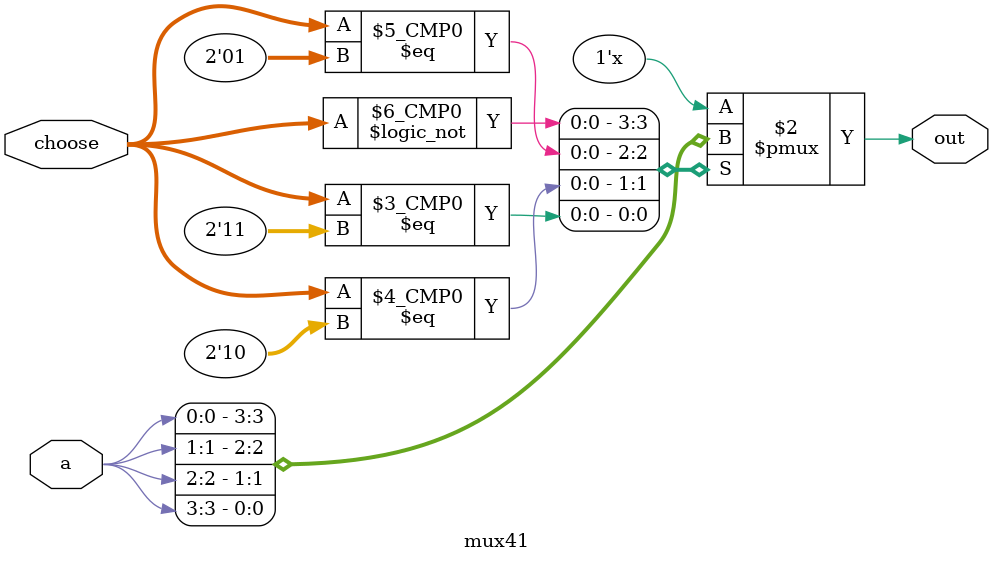
<source format=v>
module mux41(
    input [3:0] a,
    input [1:0] choose,
    output reg out
);

always @(*) begin
    case(choose)
    0:out = a[0];
    1:out = a[1];
    2:out = a[2];
    3:out = a[3];
    default:out = 1'b0;

    endcase

end
endmodule
</source>
